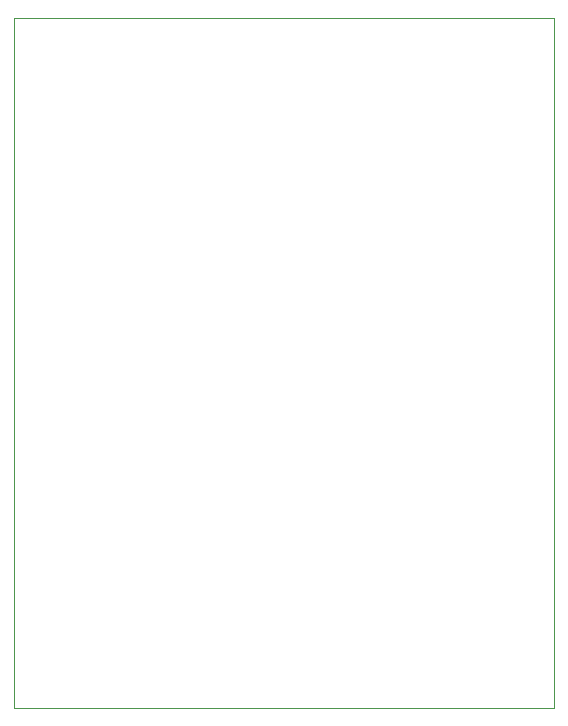
<source format=gbr>
G04 #@! TF.GenerationSoftware,KiCad,Pcbnew,(5.1.2-1)-1*
G04 #@! TF.CreationDate,2021-04-09T14:29:59+02:00*
G04 #@! TF.ProjectId,Faraway_PCB,46617261-7761-4795-9f50-43422e6b6963,rev?*
G04 #@! TF.SameCoordinates,Original*
G04 #@! TF.FileFunction,Profile,NP*
%FSLAX46Y46*%
G04 Gerber Fmt 4.6, Leading zero omitted, Abs format (unit mm)*
G04 Created by KiCad (PCBNEW (5.1.2-1)-1) date 2021-04-09 14:29:59*
%MOMM*%
%LPD*%
G04 APERTURE LIST*
%ADD10C,0.100000*%
G04 APERTURE END LIST*
D10*
X99060000Y-104140000D02*
X99060000Y-45720000D01*
X144780000Y-104140000D02*
X99060000Y-104140000D01*
X144780000Y-45720000D02*
X144780000Y-104140000D01*
X142240000Y-45720000D02*
X144780000Y-45720000D01*
X99060000Y-45720000D02*
X142240000Y-45720000D01*
M02*

</source>
